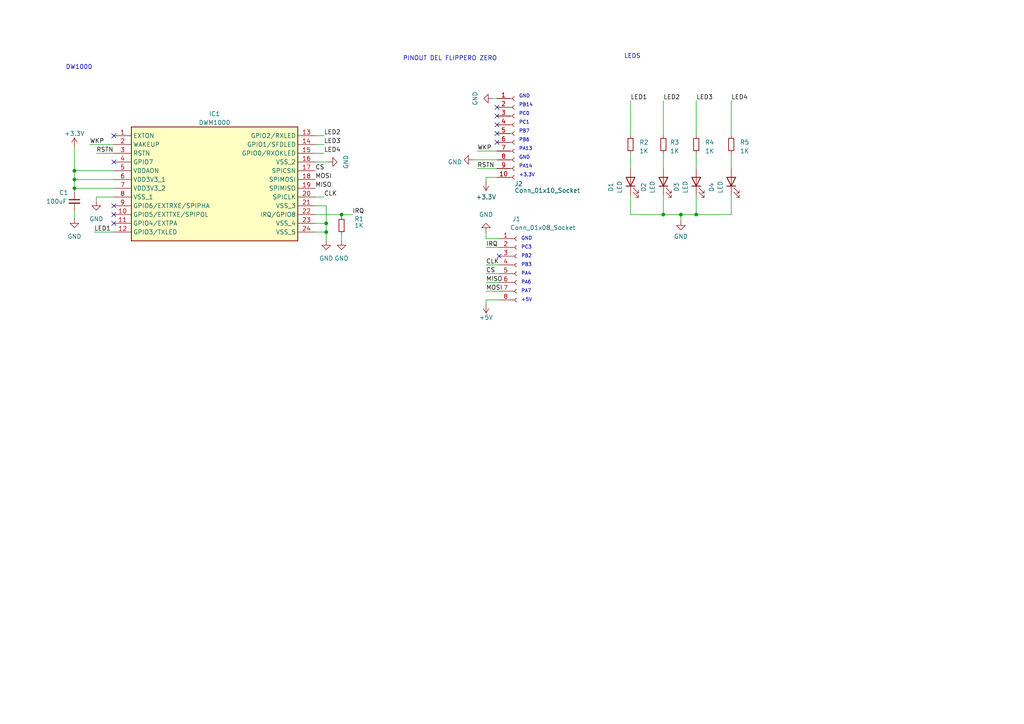
<source format=kicad_sch>
(kicad_sch (version 20230121) (generator eeschema)
  (paper "A4")
  (lib_symbols
    (symbol "Connector:Conn_01x08_Socket" (pin_names (offset 1.016) hide)
      (property "Reference" "J" (at 0 10.16 0))
      (property "Value" "Conn_01x08_Socket" (at 0 -12.7 0))
      (symbol "Conn_01x08_Socket_1_1"
        (arc (start 0 -9.652) (mid -0.5058 -10.16) (end 0 -10.668) (stroke (width 0.1524)))
        (arc (start 0 -7.112) (mid -0.5058 -7.62) (end 0 -8.128) (stroke (width 0.1524)))
        (arc (start 0 -4.572) (mid -0.5058 -5.08) (end 0 -5.588) (stroke (width 0.1524)))
        (arc (start 0 -2.032) (mid -0.5058 -2.54) (end 0 -3.048) (stroke (width 0.1524)))
        (polyline (pts (xy -1.27 -10.16) (xy -0.508 -10.16)) (stroke (width 0.1524)))
        (polyline (pts (xy -1.27 -7.62) (xy -0.508 -7.62)) (stroke (width 0.1524)))
        (polyline (pts (xy -1.27 -5.08) (xy -0.508 -5.08)) (stroke (width 0.1524)))
        (polyline (pts (xy -1.27 -2.54) (xy -0.508 -2.54)) (stroke (width 0.1524)))
        (polyline (pts (xy -1.27 0) (xy -0.508 0)) (stroke (width 0.1524)))
        (polyline (pts (xy -1.27 2.54) (xy -0.508 2.54)) (stroke (width 0.1524)))
        (polyline (pts (xy -1.27 5.08) (xy -0.508 5.08)) (stroke (width 0.1524)))
        (polyline (pts (xy -1.27 7.62) (xy -0.508 7.62)) (stroke (width 0.1524)))
        (arc (start 0 0.508) (mid -0.5058 0) (end 0 -0.508) (stroke (width 0.1524)))
        (arc (start 0 3.048) (mid -0.5058 2.54) (end 0 2.032) (stroke (width 0.1524)))
        (arc (start 0 5.588) (mid -0.5058 5.08) (end 0 4.572) (stroke (width 0.1524)))
        (arc (start 0 8.128) (mid -0.5058 7.62) (end 0 7.112) (stroke (width 0.1524)))
        (pin passive line (at -5.08 7.62 0) (length 3.81) (name "Pin_1") (number "1"))
        (pin passive line (at -5.08 5.08 0) (length 3.81) (name "Pin_2") (number "2"))
        (pin passive line (at -5.08 2.54 0) (length 3.81) (name "Pin_3") (number "3"))
        (pin passive line (at -5.08 0 0) (length 3.81) (name "Pin_4") (number "4"))
        (pin passive line (at -5.08 -2.54 0) (length 3.81) (name "Pin_5") (number "5"))
        (pin passive line (at -5.08 -5.08 0) (length 3.81) (name "Pin_6") (number "6"))
        (pin passive line (at -5.08 -7.62 0) (length 3.81) (name "Pin_7") (number "7"))
        (pin passive line (at -5.08 -10.16 0) (length 3.81) (name "Pin_8") (number "8"))
      )
    )
    (symbol "Connector:Conn_01x10_Socket" (pin_names (offset 1.016) hide)
      (property "Reference" "J" (at 0 12.7 0))
      (property "Value" "Conn_01x10_Socket" (at 0 -15.24 0))
      (symbol "Conn_01x10_Socket_1_1"
        (arc (start 0 -12.192) (mid -0.5058 -12.7) (end 0 -13.208) (stroke (width 0.1524)))
        (arc (start 0 -9.652) (mid -0.5058 -10.16) (end 0 -10.668) (stroke (width 0.1524)))
        (arc (start 0 -7.112) (mid -0.5058 -7.62) (end 0 -8.128) (stroke (width 0.1524)))
        (arc (start 0 -4.572) (mid -0.5058 -5.08) (end 0 -5.588) (stroke (width 0.1524)))
        (arc (start 0 -2.032) (mid -0.5058 -2.54) (end 0 -3.048) (stroke (width 0.1524)))
        (polyline (pts (xy -1.27 -12.7) (xy -0.508 -12.7)) (stroke (width 0.1524)))
        (polyline (pts (xy -1.27 -10.16) (xy -0.508 -10.16)) (stroke (width 0.1524)))
        (polyline (pts (xy -1.27 -7.62) (xy -0.508 -7.62)) (stroke (width 0.1524)))
        (polyline (pts (xy -1.27 -5.08) (xy -0.508 -5.08)) (stroke (width 0.1524)))
        (polyline (pts (xy -1.27 -2.54) (xy -0.508 -2.54)) (stroke (width 0.1524)))
        (polyline (pts (xy -1.27 0) (xy -0.508 0)) (stroke (width 0.1524)))
        (polyline (pts (xy -1.27 2.54) (xy -0.508 2.54)) (stroke (width 0.1524)))
        (polyline (pts (xy -1.27 5.08) (xy -0.508 5.08)) (stroke (width 0.1524)))
        (polyline (pts (xy -1.27 7.62) (xy -0.508 7.62)) (stroke (width 0.1524)))
        (polyline (pts (xy -1.27 10.16) (xy -0.508 10.16)) (stroke (width 0.1524)))
        (arc (start 0 0.508) (mid -0.5058 0) (end 0 -0.508) (stroke (width 0.1524)))
        (arc (start 0 3.048) (mid -0.5058 2.54) (end 0 2.032) (stroke (width 0.1524)))
        (arc (start 0 5.588) (mid -0.5058 5.08) (end 0 4.572) (stroke (width 0.1524)))
        (arc (start 0 8.128) (mid -0.5058 7.62) (end 0 7.112) (stroke (width 0.1524)))
        (arc (start 0 10.668) (mid -0.5058 10.16) (end 0 9.652) (stroke (width 0.1524)))
        (pin passive line (at -5.08 10.16 0) (length 3.81) (name "Pin_1") (number "1"))
        (pin passive line (at -5.08 -12.7 0) (length 3.81) (name "Pin_10") (number "10"))
        (pin passive line (at -5.08 7.62 0) (length 3.81) (name "Pin_2") (number "2"))
        (pin passive line (at -5.08 5.08 0) (length 3.81) (name "Pin_3") (number "3"))
        (pin passive line (at -5.08 2.54 0) (length 3.81) (name "Pin_4") (number "4"))
        (pin passive line (at -5.08 0 0) (length 3.81) (name "Pin_5") (number "5"))
        (pin passive line (at -5.08 -2.54 0) (length 3.81) (name "Pin_6") (number "6"))
        (pin passive line (at -5.08 -5.08 0) (length 3.81) (name "Pin_7") (number "7"))
        (pin passive line (at -5.08 -7.62 0) (length 3.81) (name "Pin_8") (number "8"))
        (pin passive line (at -5.08 -10.16 0) (length 3.81) (name "Pin_9") (number "9"))
      )
    )
    (symbol "DW1000:DWM1000"
      (property "Reference" "IC" (at 54.61 7.62 0))
      (property "Value" "DWM1000" (at 54.61 5.08 0))
      (symbol "DWM1000_1_1"
        (rectangle (start 5.08 2.54) (end 53.34 -30.48) (stroke (width 0.254)) (fill (type background)))
        (pin passive line (at 0 0 0) (length 5.08) (name "EXTON") (number "1"))
        (pin passive line (at 0 -22.86 0) (length 5.08) (name "GPIO5/EXTTXE/SPIPOL") (number "10"))
        (pin passive line (at 0 -25.4 0) (length 5.08) (name "GPIO4/EXTPA") (number "11"))
        (pin passive line (at 0 -27.94 0) (length 5.08) (name "GPIO3/TXLED") (number "12"))
        (pin passive line (at 58.42 0 180) (length 5.08) (name "GPIO2/RXLED") (number "13"))
        (pin passive line (at 58.42 -2.54 180) (length 5.08) (name "GPIO1/SFDLED") (number "14"))
        (pin passive line (at 58.42 -5.08 180) (length 5.08) (name "GPIO0/RXOKLED") (number "15"))
        (pin passive line (at 58.42 -7.62 180) (length 5.08) (name "VSS_2") (number "16"))
        (pin passive line (at 58.42 -10.16 180) (length 5.08) (name "SPICSN") (number "17"))
        (pin passive line (at 58.42 -12.7 180) (length 5.08) (name "SPIMOSI") (number "18"))
        (pin passive line (at 58.42 -15.24 180) (length 5.08) (name "SPIMISO") (number "19"))
        (pin passive line (at 0 -2.54 0) (length 5.08) (name "WAKEUP") (number "2"))
        (pin passive line (at 58.42 -17.78 180) (length 5.08) (name "SPICLK") (number "20"))
        (pin passive line (at 58.42 -20.32 180) (length 5.08) (name "VSS_3") (number "21"))
        (pin passive line (at 58.42 -22.86 180) (length 5.08) (name "IRQ/GPIO8") (number "22"))
        (pin passive line (at 58.42 -25.4 180) (length 5.08) (name "VSS_4") (number "23"))
        (pin passive line (at 58.42 -27.94 180) (length 5.08) (name "VSS_5") (number "24"))
        (pin passive line (at 0 -5.08 0) (length 5.08) (name "RSTN") (number "3"))
        (pin passive line (at 0 -7.62 0) (length 5.08) (name "GPIO7") (number "4"))
        (pin passive line (at 0 -10.16 0) (length 5.08) (name "VDDAON") (number "5"))
        (pin passive line (at 0 -12.7 0) (length 5.08) (name "VDD3V3_1") (number "6"))
        (pin passive line (at 0 -15.24 0) (length 5.08) (name "VDD3V3_2") (number "7"))
        (pin passive line (at 0 -17.78 0) (length 5.08) (name "VSS_1") (number "8"))
        (pin passive line (at 0 -20.32 0) (length 5.08) (name "GPIO6/EXTRXE/SPIPHA") (number "9"))
      )
    )
    (symbol "Device:C_Small" (pin_numbers hide) (pin_names (offset 0.254) hide)
      (property "Reference" "C" (at 0.254 1.778 0))
      (property "Value" "C_Small" (at 0.254 -2.032 0))
      (symbol "C_Small_0_1"
        (polyline (pts (xy -1.524 -0.508) (xy 1.524 -0.508)) (stroke (width 0.3302)))
        (polyline (pts (xy -1.524 0.508) (xy 1.524 0.508)) (stroke (width 0.3048)))
      )
      (symbol "C_Small_1_1"
        (pin passive line (at 0 2.54 270) (length 2.032) (name "~") (number "1"))
        (pin passive line (at 0 -2.54 90) (length 2.032) (name "~") (number "2"))
      )
    )
    (symbol "Device:LED" (pin_numbers hide) (pin_names (offset 1.016) hide)
      (property "Reference" "D" (at 0 2.54 0))
      (property "Value" "LED" (at 0 -2.54 0))
      (symbol "LED_0_1"
        (polyline (pts (xy -1.27 -1.27) (xy -1.27 1.27)) (stroke (width 0.254)))
        (polyline (pts (xy -1.27 0) (xy 1.27 0)))
        (polyline (pts (xy 1.27 -1.27) (xy 1.27 1.27) (xy -1.27 0) (xy 1.27 -1.27)) (stroke (width 0.254)))
        (polyline (pts (xy -3.048 -0.762) (xy -4.572 -2.286) (xy -3.81 -2.286) (xy -4.572 -2.286) (xy -4.572 -1.524)))
        (polyline (pts (xy -1.778 -0.762) (xy -3.302 -2.286) (xy -2.54 -2.286) (xy -3.302 -2.286) (xy -3.302 -1.524)))
      )
      (symbol "LED_1_1"
        (pin passive line (at -3.81 0 0) (length 2.54) (name "K") (number "1"))
        (pin passive line (at 3.81 0 180) (length 2.54) (name "A") (number "2"))
      )
    )
    (symbol "Device:R_Small" (pin_numbers hide) (pin_names (offset 0.254) hide)
      (property "Reference" "R" (at 0.762 0.508 0))
      (property "Value" "R_Small" (at 0.762 -1.016 0))
      (symbol "R_Small_0_1"
        (rectangle (start -0.762 1.778) (end 0.762 -1.778) (stroke (width 0.2032)))
      )
      (symbol "R_Small_1_1"
        (pin passive line (at 0 2.54 270) (length 0.762) (name "~") (number "1"))
        (pin passive line (at 0 -2.54 90) (length 0.762) (name "~") (number "2"))
      )
    )
    (symbol "power:+3.3V" (power) (pin_names (offset 0))
      (property "Value" "+3.3V" (at 0 3.556 0))
      (symbol "+3.3V_0_1"
        (polyline (pts (xy -0.762 1.27) (xy 0 2.54)))
        (polyline (pts (xy 0 0) (xy 0 2.54)))
        (polyline (pts (xy 0 2.54) (xy 0.762 1.27)))
      )
      (symbol "+3.3V_1_1"
        (pin power_in line (at 0 0 90) (length 0) hide (name "+3.3V") (number "1"))
      )
    )
    (symbol "power:+5V" (power) (pin_names (offset 0))
      (property "Value" "+5V" (at 0 3.556 0))
      (symbol "+5V_0_1"
        (polyline (pts (xy -0.762 1.27) (xy 0 2.54)))
        (polyline (pts (xy 0 0) (xy 0 2.54)))
        (polyline (pts (xy 0 2.54) (xy 0.762 1.27)))
      )
      (symbol "+5V_1_1"
        (pin power_in line (at 0 0 90) (length 0) hide (name "+5V") (number "1"))
      )
    )
    (symbol "power:GND" (power) (pin_names (offset 0))
      (property "Value" "GND" (at 0 -3.81 0))
      (symbol "GND_0_1"
        (polyline (pts (xy 0 0) (xy 0 -1.27) (xy 1.27 -1.27) (xy 0 -2.54) (xy -1.27 -1.27) (xy 0 -1.27)))
      )
      (symbol "GND_1_1"
        (pin power_in line (at 0 0 270) (length 0) hide (name "GND") (number "1"))
      )
    )
  )
  (junction (at 21.59 54.61))
  (junction (at 99.06 62.23))
  (junction (at 94.615 64.77))
  (junction (at 201.93 62.23))
  (junction (at 94.615 67.31))
  (junction (at 21.59 49.53))
  (junction (at 197.485 62.23))
  (junction (at 21.59 52.07))
  (junction (at 192.405 62.23))
  (no_connect (at 144.78 74.295))
  (no_connect (at 33.02 62.23))
  (no_connect (at 144.145 33.655))
  (no_connect (at 144.145 41.275))
  (no_connect (at 33.02 64.77))
  (no_connect (at 33.02 39.37))
  (no_connect (at 144.145 38.735))
  (no_connect (at 33.02 46.99))
  (no_connect (at 33.02 59.69))
  (no_connect (at 144.145 36.195))
  (no_connect (at 144.145 31.115))
  (wire (pts (xy 140.97 67.31) (xy 140.97 69.215)))
  (wire (pts (xy 212.09 29.21) (xy 212.09 39.37)))
  (wire (pts (xy 182.88 44.45) (xy 182.88 48.895)))
  (wire (pts (xy 140.97 86.995) (xy 144.78 86.995)))
  (wire (pts (xy 94.615 67.31) (xy 94.615 69.85)))
  (wire (pts (xy 144.78 69.215) (xy 140.97 69.215)))
  (wire (pts (xy 201.93 29.21) (xy 201.93 39.37)))
  (wire (pts (xy 91.44 59.69) (xy 94.615 59.69)))
  (wire (pts (xy 91.44 62.23) (xy 99.06 62.23)))
  (wire (pts (xy 140.97 84.455) (xy 144.78 84.455)))
  (wire (pts (xy 201.93 62.23) (xy 201.93 56.515)))
  (wire (pts (xy 192.405 44.45) (xy 192.405 48.895)))
  (wire (pts (xy 91.44 41.91) (xy 93.98 41.91)))
  (wire (pts (xy 21.59 52.07) (xy 21.59 49.53)))
  (wire (pts (xy 197.485 62.23) (xy 197.485 64.135)))
  (wire (pts (xy 138.43 48.895) (xy 144.145 48.895)))
  (wire (pts (xy 21.59 42.545) (xy 21.59 49.53)))
  (wire (pts (xy 137.16 46.355) (xy 144.145 46.355)))
  (wire (pts (xy 197.485 62.23) (xy 192.405 62.23)))
  (wire (pts (xy 99.06 67.945) (xy 99.06 69.85)))
  (wire (pts (xy 99.06 62.23) (xy 102.235 62.23)))
  (wire (pts (xy 138.43 43.815) (xy 144.145 43.815)))
  (wire (pts (xy 212.09 62.23) (xy 212.09 56.515)))
  (wire (pts (xy 91.44 64.77) (xy 94.615 64.77)))
  (wire (pts (xy 140.97 51.435) (xy 140.97 52.705)))
  (wire (pts (xy 91.44 67.31) (xy 94.615 67.31)))
  (wire (pts (xy 27.94 44.45) (xy 33.02 44.45)))
  (wire (pts (xy 142.875 28.575) (xy 144.145 28.575)))
  (wire (pts (xy 144.145 51.435) (xy 140.97 51.435)))
  (wire (pts (xy 27.94 57.15) (xy 27.94 58.42)))
  (wire (pts (xy 140.97 79.375) (xy 144.78 79.375)))
  (wire (pts (xy 201.93 62.23) (xy 212.09 62.23)))
  (wire (pts (xy 21.59 52.07) (xy 21.59 54.61)))
  (wire (pts (xy 140.97 81.915) (xy 144.78 81.915)))
  (wire (pts (xy 212.09 44.45) (xy 212.09 48.895)))
  (wire (pts (xy 99.06 62.23) (xy 99.06 62.865)))
  (wire (pts (xy 91.44 44.45) (xy 93.98 44.45)))
  (wire (pts (xy 21.59 52.07) (xy 33.02 52.07)))
  (wire (pts (xy 140.97 71.755) (xy 144.78 71.755)))
  (wire (pts (xy 182.88 62.23) (xy 192.405 62.23)))
  (wire (pts (xy 26.035 41.91) (xy 33.02 41.91)))
  (wire (pts (xy 91.44 57.15) (xy 93.98 57.15)))
  (wire (pts (xy 21.59 49.53) (xy 33.02 49.53)))
  (wire (pts (xy 140.97 76.835) (xy 144.78 76.835)))
  (wire (pts (xy 91.44 46.99) (xy 95.25 46.99)))
  (wire (pts (xy 21.59 54.61) (xy 21.59 55.88)))
  (wire (pts (xy 94.615 59.69) (xy 94.615 64.77)))
  (wire (pts (xy 182.88 29.21) (xy 182.88 39.37)))
  (wire (pts (xy 182.88 56.515) (xy 182.88 62.23)))
  (wire (pts (xy 94.615 64.77) (xy 94.615 67.31)))
  (wire (pts (xy 21.59 54.61) (xy 33.02 54.61)))
  (wire (pts (xy 91.44 39.37) (xy 93.98 39.37)))
  (wire (pts (xy 192.405 56.515) (xy 192.405 62.23)))
  (wire (pts (xy 27.305 67.31) (xy 33.02 67.31)))
  (wire (pts (xy 201.93 44.45) (xy 201.93 48.895)))
  (wire (pts (xy 21.59 60.96) (xy 21.59 63.5)))
  (wire (pts (xy 192.405 29.21) (xy 192.405 39.37)))
  (wire (pts (xy 33.02 57.15) (xy 27.94 57.15)))
  (wire (pts (xy 140.97 86.995) (xy 140.97 88.265)))
  (wire (pts (xy 197.485 62.23) (xy 201.93 62.23)))
  (text "PC1" (at 150.495 36.195 0) (effects (font (size 1 1)) (justify left bottom)))
  (text "PA13" (at 150.495 43.815 0) (effects (font (size 1 1)) (justify left bottom)))
  (text "DW1000\n" (at 19.05 20.32 0) (effects (font (size 1.27 1.27)) (justify left bottom)))
  (text "+3.3V" (at 150.495 51.435 0) (effects (font (size 1 1)) (justify left bottom)))
  (text "PB2" (at 151.13 74.93 0) (effects (font (size 1 1)) (justify left bottom)))
  (text "PB14\n" (at 150.495 31.115 0) (effects (font (size 1 1)) (justify left bottom)))
  (text "PA7" (at 151.13 85.09 0) (effects (font (size 1 1)) (justify left bottom)))
  (text "PA4" (at 151.13 80.01 0) (effects (font (size 1 1)) (justify left bottom)))
  (text "+5V" (at 151.13 87.63 0) (effects (font (size 1 1)) (justify left bottom)))
  (text "PA14\n" (at 150.495 48.895 0) (effects (font (size 1 1)) (justify left bottom)))
  (text "PINOUT DEL FLIPPERO ZERO" (at 116.84 17.78 0) (effects (font (size 1.27 1.27)) (justify left bottom)))
  (text "PA6" (at 151.13 82.55 0) (effects (font (size 1 1)) (justify left bottom)))
  (text "PB7" (at 150.495 38.735 0) (effects (font (size 1 1)) (justify left bottom)))
  (text "PC0" (at 150.495 33.655 0) (effects (font (size 1 1)) (justify left bottom)))
  (text "PC3" (at 151.13 72.39 0) (effects (font (size 1 1)) (justify left bottom)))
  (text "GND" (at 151.13 69.85 0) (effects (font (size 1 1)) (justify left bottom)))
  (text "LEDS" (at 180.975 17.145 0) (effects (font (size 1.27 1.27)) (justify left bottom)))
  (text "GND" (at 150.495 28.575 0) (effects (font (size 1 1)) (justify left bottom)))
  (text "PB6" (at 150.495 41.275 0) (effects (font (size 1 1)) (justify left bottom)))
  (text "GND" (at 150.495 46.355 0) (effects (font (size 1 1)) (justify left bottom)))
  (text "PB3" (at 151.13 77.47 0) (effects (font (size 1 1)) (justify left bottom)))
  (label "MOSI" (at 140.97 84.455 0))
  (label "CS" (at 91.44 49.53 0))
  (label "LED4" (at 212.09 29.21 0))
  (label "CS" (at 140.97 79.375 0))
  (label "CLK" (at 140.97 76.835 0))
  (label "LED2" (at 93.98 39.37 0))
  (label "LED3" (at 93.98 41.91 0))
  (label "IRQ" (at 102.235 62.23 0))
  (label "WKP" (at 26.035 41.91 0))
  (label "MOSI" (at 91.44 52.07 0))
  (label "RSTN" (at 138.43 48.895 0))
  (label "LED1" (at 27.305 67.31 0))
  (label "LED2" (at 192.405 29.21 0))
  (label "LED3" (at 201.93 29.21 0))
  (label "IRQ" (at 140.97 71.755 0))
  (label "CLK" (at 93.98 57.15 0))
  (label "MISO" (at 91.44 54.61 0))
  (label "RSTN" (at 27.94 44.45 0))
  (label "LED1" (at 182.88 29.21 0))
  (label "WKP" (at 138.43 43.815 0))
  (label "MISO" (at 140.97 81.915 0))
  (label "LED4" (at 93.98 44.45 0))
  (symbol (lib_id "Device:LED") (at 201.93 52.705 90) (unit 1)
    (property "Reference" "D3" (at 196.215 54.2925 0))
    (property "Value" "LED" (at 198.755 54.2925 0))
    (property "Footprint" "LED_SMD:LED_0805_2012Metric" (effects hide))
    (property "Datasheet" "https://datasheet.lcsc.com/lcsc/2008201032_Foshan-NationStar-Optoelectronics-NCD0805Y1_C84261.pdf" (effects hide))
    (property "LCSC Part Number" "C84261" (effects hide))
    (property "LCSC Price/Stock" "https://www.lcsc.com/product-detail/Light-Emitting-Diodes-span-style-background-color-ff0-LED-span_Foshan-NationStar-Optoelectronics-NCD0805Y1_C84261.html" (effects hide))
    (property "Manufacturer_Name" "Foshan NationStar Optoelectronics" (effects hide))
    (property "Manufacturer_Part_Number" "NCD0805Y1" (effects hide))
    (property "LCSC#" "C84261" (effects hide))
    (property "Proveedor" "LCSC" (effects hide))
    (property "manf#" "NCD0805Y1" (effects hide))
  )
  (symbol (lib_id "power:GND") (at 94.615 69.85 0) (unit 1)
    (property "Reference" "#PWR03" (effects hide))
    (property "Value" "GND" (at 94.615 74.93 0))
  )
  (symbol (lib_id "Device:LED") (at 212.09 52.705 90) (unit 1)
    (property "Reference" "D4" (at 206.375 54.2925 0))
    (property "Value" "LED" (at 208.915 54.2925 0))
    (property "Footprint" "LED_SMD:LED_0805_2012Metric" (effects hide))
    (property "Datasheet" "https://datasheet.lcsc.com/lcsc/1811011911_ARKLED-Wuxi-ARK-Tech-Elec-D-R080508L3-KS2_C130114.pdf" (effects hide))
    (property "LCSC Part Number" "C130114" (effects hide))
    (property "LCSC Price/Stock" "https://www.lcsc.com/product-detail/Light-Emitting-Diodes-LED_ARKLED-Wuxi-ARK-Tech-Elec-D-R080508L3-KS2_C130114.html" (effects hide))
    (property "Manufacturer_Name" "ARKLED" (effects hide))
    (property "Manufacturer_Part_Number" "D-R080508L3-KS2" (effects hide))
    (property "LCSC#" "C130114" (effects hide))
    (property "Proveedor" "LCSC" (effects hide))
    (property "manf#" "D-R080508L3-KS2" (effects hide))
  )
  (symbol (lib_id "power:GND") (at 95.25 46.99 90) (mirror x) (unit 1)
    (property "Reference" "#PWR05" (effects hide))
    (property "Value" "GND" (at 100.33 46.99 0))
  )
  (symbol (lib_id "Device:R_Small") (at 99.06 65.405 0) (unit 1)
    (property "Reference" "R1" (at 104.14 63.5 0))
    (property "Value" "1K" (at 104.14 65.405 0))
    (property "Footprint" "Resistor_SMD:R_0805_2012Metric" (effects hide))
    (property "Datasheet" "https://datasheet.lcsc.com/lcsc/2206010100_UNI-ROYAL-Uniroyal-Elec-0805W8J0102T5E_C25623.pdf" (effects hide))
    (property "LCSC Part Number" "C25623" (effects hide))
    (property "LCSC Price/Stock" "https://www.lcsc.com/product-detail/Chip-Resistor-Surface-Mount_UNI-ROYAL-Uniroyal-Elec-0805W8J0102T5E_C25623.html" (effects hide))
    (property "Manufacturer_Name" "Uniroyal Elec" (effects hide))
    (property "Manufacturer_Part_Number" "0805W8J0102T5E" (effects hide))
    (property "LCSC#" "C25623" (effects hide))
    (property "Proveedor" "LCSC" (effects hide))
    (property "manf#" "0805W8J0102T5E" (effects hide))
  )
  (symbol (lib_id "Device:R_Small") (at 182.88 41.91 0) (unit 1)
    (property "Reference" "R2" (at 185.42 41.275 0) (effects (justify left)))
    (property "Value" "1K" (at 185.42 43.815 0) (effects (justify left)))
    (property "Footprint" "Resistor_SMD:R_0805_2012Metric" (effects hide))
    (property "Datasheet" "https://datasheet.lcsc.com/lcsc/2206010100_UNI-ROYAL-Uniroyal-Elec-0805W8J0102T5E_C25623.pdf" (effects hide))
    (property "LCSC Part Number" "C25623" (effects hide))
    (property "LCSC Price/Stock" "https://www.lcsc.com/product-detail/Chip-Resistor-Surface-Mount_UNI-ROYAL-Uniroyal-Elec-0805W8J0102T5E_C25623.html" (effects hide))
    (property "Manufacturer_Name" "Uniroyal Elec" (effects hide))
    (property "Manufacturer_Part_Number" "0805W8J0102T5E" (effects hide))
    (property "LCSC#" "C25623" (effects hide))
    (property "Proveedor" "LCSC" (effects hide))
    (property "manf#" "0805W8J0102T5E" (effects hide))
  )
  (symbol (lib_id "power:GND") (at 140.97 67.31 180) (unit 1)
    (property "Reference" "#PWR06" (effects hide))
    (property "Value" "GND" (at 140.97 62.23 0))
  )
  (symbol (lib_id "Connector:Conn_01x08_Socket") (at 149.86 76.835 0) (unit 1)
    (property "Reference" "J1" (at 148.59 63.5 0) (effects (justify left)))
    (property "Value" "Conn_01x08_Socket" (at 147.955 66.04 0) (effects (justify left)))
    (property "Footprint" "Connector_PinHeader_2.54mm:PinHeader_1x08_P2.54mm_Horizontal" (effects hide))
    (property "LCSC#" "C5360907" (effects hide))
    (property "Proveedor" "LCSC" (effects hide))
    (property "manf#" "PZ2.54-1*20-WZ" (effects hide))
  )
  (symbol (lib_id "power:GND") (at 197.485 64.135 0) (unit 1)
    (property "Reference" "#PWR09" (effects hide))
    (property "Value" "GND" (at 197.485 68.58 0))
  )
  (symbol (lib_id "Device:R_Small") (at 201.93 41.91 0) (unit 1)
    (property "Reference" "R4" (at 204.47 41.275 0) (effects (justify left)))
    (property "Value" "1K" (at 204.47 43.815 0) (effects (justify left)))
    (property "Footprint" "Resistor_SMD:R_0805_2012Metric" (effects hide))
    (property "Datasheet" "https://datasheet.lcsc.com/lcsc/2206010100_UNI-ROYAL-Uniroyal-Elec-0805W8J0102T5E_C25623.pdf" (effects hide))
    (property "LCSC Part Number" "C25623" (effects hide))
    (property "LCSC Price/Stock" "https://www.lcsc.com/product-detail/Chip-Resistor-Surface-Mount_UNI-ROYAL-Uniroyal-Elec-0805W8J0102T5E_C25623.html" (effects hide))
    (property "Manufacturer_Name" "Uniroyal Elec" (effects hide))
    (property "Manufacturer_Part_Number" "0805W8J0102T5E" (effects hide))
    (property "LCSC#" "C25623" (effects hide))
    (property "Proveedor" "LCSC" (effects hide))
    (property "manf#" "0805W8J0102T5E" (effects hide))
  )
  (symbol (lib_id "power:+3.3V") (at 140.97 52.705 180) (unit 1)
    (property "Reference" "#PWR010" (effects hide))
    (property "Value" "+3.3V" (at 140.97 57.15 0))
  )
  (symbol (lib_id "power:GND") (at 137.16 46.355 270) (unit 1)
    (property "Reference" "#PWR012" (effects hide))
    (property "Value" "GND" (at 133.985 46.99 90) (effects (justify right)))
  )
  (symbol (lib_id "Device:R_Small") (at 192.405 41.91 0) (unit 1)
    (property "Reference" "R3" (at 194.31 41.275 0) (effects (justify left)))
    (property "Value" "1K" (at 194.31 43.815 0) (effects (justify left)))
    (property "Footprint" "Resistor_SMD:R_0805_2012Metric" (effects hide))
    (property "Datasheet" "https://datasheet.lcsc.com/lcsc/2206010100_UNI-ROYAL-Uniroyal-Elec-0805W8J0102T5E_C25623.pdf" (effects hide))
    (property "LCSC Part Number" "C25623" (effects hide))
    (property "LCSC Price/Stock" "https://www.lcsc.com/product-detail/Chip-Resistor-Surface-Mount_UNI-ROYAL-Uniroyal-Elec-0805W8J0102T5E_C25623.html" (effects hide))
    (property "Manufacturer_Name" "Uniroyal Elec" (effects hide))
    (property "Manufacturer_Part_Number" "0805W8J0102T5E" (effects hide))
    (property "LCSC#" "C25623" (effects hide))
    (property "Proveedor" "LCSC" (effects hide))
    (property "manf#" "0805W8J0102T5E" (effects hide))
  )
  (symbol (lib_id "Device:LED") (at 192.405 52.705 90) (unit 1)
    (property "Reference" "D2" (at 186.69 54.2925 0))
    (property "Value" "LED" (at 189.23 54.2925 0))
    (property "Footprint" "LED_SMD:LED_0805_2012Metric" (effects hide))
    (property "Datasheet" "https://datasheet.lcsc.com/lcsc/2008031207_Orient-ORH-G35A_C205442.pdf" (effects hide))
    (property "LCSC Part Number" "C205442" (effects hide))
    (property "LCSC Price/Stock" "https://www.lcsc.com/product-detail/Light-Emitting-Diodes-LED_Orient-ORH-G35A_C205442.html" (effects hide))
    (property "Manufacturer_Name" "Orient" (effects hide))
    (property "Manufacturer_Part_Number" "ORH-G35A" (effects hide))
    (property "LCSC#" "C205442" (effects hide))
    (property "Proveedor" "LCSC" (effects hide))
    (property "manf#" "ORH-G35A" (effects hide))
  )
  (symbol (lib_id "Device:R_Small") (at 212.09 41.91 0) (unit 1)
    (property "Reference" "R5" (at 214.63 41.275 0) (effects (justify left)))
    (property "Value" "1K" (at 214.63 43.815 0) (effects (justify left)))
    (property "Footprint" "Resistor_SMD:R_0805_2012Metric" (effects hide))
    (property "Datasheet" "https://datasheet.lcsc.com/lcsc/2206010100_UNI-ROYAL-Uniroyal-Elec-0805W8J0102T5E_C25623.pdf" (effects hide))
    (property "LCSC Part Number" "C25623" (effects hide))
    (property "LCSC Price/Stock" "https://www.lcsc.com/product-detail/Chip-Resistor-Surface-Mount_UNI-ROYAL-Uniroyal-Elec-0805W8J0102T5E_C25623.html" (effects hide))
    (property "Manufacturer_Name" "Uniroyal Elec" (effects hide))
    (property "Manufacturer_Part_Number" "0805W8J0102T5E" (effects hide))
    (property "LCSC#" "C25623" (effects hide))
    (property "Proveedor" "LCSC" (effects hide))
    (property "manf#" "0805W8J0102T5E" (effects hide))
  )
  (symbol (lib_id "power:GND") (at 27.94 58.42 0) (unit 1)
    (property "Reference" "#PWR02" (effects hide))
    (property "Value" "GND" (at 27.94 63.5 0))
  )
  (symbol (lib_id "Connector:Conn_01x10_Socket") (at 149.225 38.735 0) (unit 1)
    (property "Reference" "J2" (at 149.225 53.34 0) (effects (justify left)))
    (property "Value" "Conn_01x10_Socket" (at 149.225 55.245 0) (effects (justify left)))
    (property "Footprint" "Connector_PinHeader_2.54mm:PinHeader_1x10_P2.54mm_Horizontal" (effects hide))
    (property "LCSC#" "C5360907" (effects hide))
    (property "Proveedor" "LCSC" (effects hide))
    (property "manf#" "PZ2.54-1*20-WZ" (effects hide))
  )
  (symbol (lib_id "power:+5V") (at 140.97 88.265 180) (unit 1)
    (property "Reference" "#PWR04" (effects hide))
    (property "Value" "+5V" (at 140.97 92.075 0))
  )
  (symbol (lib_id "Device:LED") (at 182.88 52.705 90) (unit 1)
    (property "Reference" "D1" (at 177.165 54.2925 0))
    (property "Value" "LED" (at 179.705 54.2925 0))
    (property "Footprint" "LED_SMD:LED_0805_2012Metric" (effects hide))
    (property "Datasheet" "https://datasheet.lcsc.com/lcsc/2008031207_Orient-ORH-G35A_C205442.pdf" (effects hide))
    (property "LCSC Part Number" "C205442" (effects hide))
    (property "LCSC Price/Stock" "https://www.lcsc.com/product-detail/Light-Emitting-Diodes-LED_Orient-ORH-G35A_C205442.html" (effects hide))
    (property "Manufacturer_Name" "Orient" (effects hide))
    (property "Manufacturer_Part_Number" "ORH-G35A" (effects hide))
    (property "LCSC#" "C205442" (effects hide))
    (property "Proveedor" "LCSC" (effects hide))
    (property "manf#" "ORH-G35A" (effects hide))
  )
  (symbol (lib_id "DW1000:DWM1000") (at 33.02 39.37 0) (unit 1)
    (property "Reference" "IC1" (at 62.23 33.02 0))
    (property "Value" "DWM1000" (at 62.23 35.56 0))
    (property "Footprint" "RF_Module:DWM1000" (effects hide))
    (property "Datasheet" "https://www.mouser.in/pdfDocs/dwm1000-datasheet-1.pdf" (effects hide))
    (property "Height" "3.15" (effects hide))
    (property "Mouser Part Number" "772-DWM1000" (effects hide))
    (property "Mouser Price/Stock" "https://www.mouser.co.uk/ProductDetail/Qorvo/DWM1000?qs=TiOZkKH1s2R6b5D6df63Pg%3D%3D" (effects hide))
    (property "Manufacturer_Name" "Qorvo" (effects hide))
    (property "Manufacturer_Part_Number" "DWM1000" (effects hide))
    (property "Proveedor" "Mouser" (effects hide))
    (property "manf#" "772-DWM1000" (effects hide))
  )
  (symbol (lib_id "power:GND") (at 142.875 28.575 270) (unit 1)
    (property "Reference" "#PWR011" (effects hide))
    (property "Value" "GND" (at 137.795 28.575 0))
  )
  (symbol (lib_id "power:GND") (at 21.59 63.5 0) (unit 1)
    (property "Reference" "#PWR08" (effects hide))
    (property "Value" "GND" (at 21.59 68.58 0))
  )
  (symbol (lib_id "power:GND") (at 99.06 69.85 0) (unit 1)
    (property "Reference" "#PWR07" (effects hide))
    (property "Value" "GND" (at 99.06 74.93 0))
  )
  (symbol (lib_id "Device:C_Small") (at 21.59 58.42 0) (unit 1)
    (property "Reference" "C1" (at 17.145 55.88 0) (effects (justify left)))
    (property "Value" "100uF" (at 13.335 58.42 0) (effects (justify left)))
    (property "Footprint" "Capacitor_SMD:C_0805_2012Metric" (effects hide))
    (property "Datasheet" "https://www.mouser.mx/datasheet/2/40/AVXC_S_A0011956863_1-2538498.pdf" (effects hide))
    (property "Manufacturer_Name" "KYOCERA AVX" (effects hide))
    (property "Manufacturer_Part_Number" "TLCR107M006RTA" (effects hide))
    (property "Mouser Part Number" "581-TLCR107M006RTA" (effects hide))
    (property "Mouser Price/Stock" "https://www.mouser.mx/ProductDetail/KYOCERA-AVX/TLCR107M006RTA?qs=n0G5RV3mHfM8C%252Bij%2F2SkgA%3D%3D" (effects hide))
    (property "Proveedor" "Mouser" (effects hide))
    (property "manf#" "581-TLCR107M006RTA" (effects hide))
  )
  (symbol (lib_id "power:+3.3V") (at 21.59 42.545 0) (unit 1)
    (property "Reference" "#PWR01" (effects hide))
    (property "Value" "+3.3V" (at 21.59 38.735 0))
  )
)
</source>
